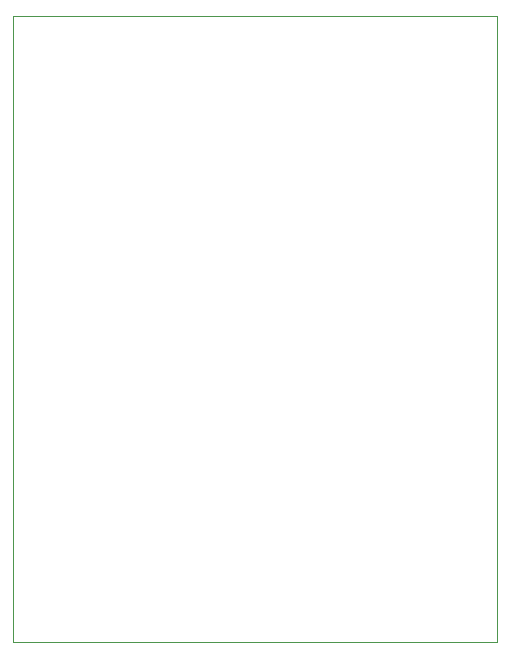
<source format=gbr>
%TF.GenerationSoftware,KiCad,Pcbnew,(5.1.6)-1*%
%TF.CreationDate,2024-09-11T13:17:38-05:00*%
%TF.ProjectId,miniBox,6d696e69-426f-4782-9e6b-696361645f70,rev?*%
%TF.SameCoordinates,PX3b20b80PY5b136e0*%
%TF.FileFunction,Profile,NP*%
%FSLAX46Y46*%
G04 Gerber Fmt 4.6, Leading zero omitted, Abs format (unit mm)*
G04 Created by KiCad (PCBNEW (5.1.6)-1) date 2024-09-11 13:17:38*
%MOMM*%
%LPD*%
G01*
G04 APERTURE LIST*
%TA.AperFunction,Profile*%
%ADD10C,0.100000*%
%TD*%
G04 APERTURE END LIST*
D10*
X0Y0D02*
X0Y53000000D01*
X41000000Y0D02*
X0Y0D01*
X41000000Y53000000D02*
X41000000Y0D01*
X0Y53000000D02*
X41000000Y53000000D01*
M02*

</source>
